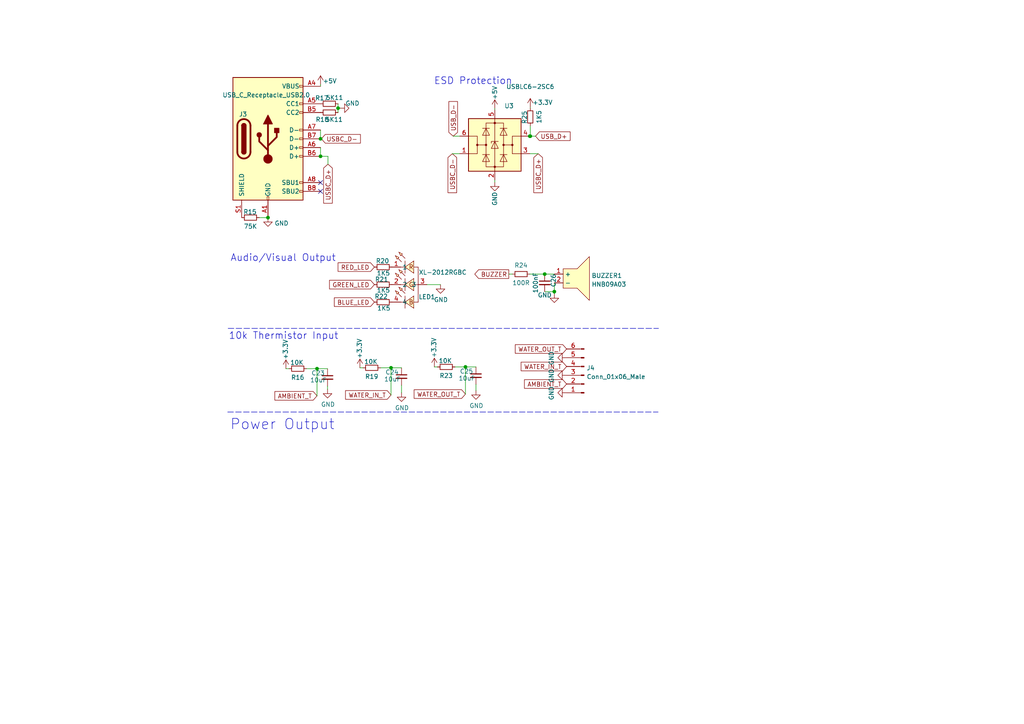
<source format=kicad_sch>
(kicad_sch (version 20211123) (generator eeschema)
  (paper "A4")
  (lib_symbols
    (symbol "Connector:Conn_01x06_Male" (pin_names (offset 1.016) hide)
      (property "Reference" "J" (at 0 7.62 0))
      (property "Value" "Conn_01x06_Male" (at 0 -10.16 0))
      (symbol "Conn_01x06_Male_1_1"
        (polyline (pts (xy 1.27 -7.62) (xy 0.8636 -7.62)) (stroke (width 0.1524)))
        (polyline (pts (xy 1.27 -5.08) (xy 0.8636 -5.08)) (stroke (width 0.1524)))
        (polyline (pts (xy 1.27 -2.54) (xy 0.8636 -2.54)) (stroke (width 0.1524)))
        (polyline (pts (xy 1.27 0) (xy 0.8636 0)) (stroke (width 0.1524)))
        (polyline (pts (xy 1.27 2.54) (xy 0.8636 2.54)) (stroke (width 0.1524)))
        (polyline (pts (xy 1.27 5.08) (xy 0.8636 5.08)) (stroke (width 0.1524)))
        (rectangle (start 0.8636 -7.493) (end 0 -7.747) (stroke (width 0.1524)) (fill (type outline)))
        (rectangle (start 0.8636 -4.953) (end 0 -5.207) (stroke (width 0.1524)) (fill (type outline)))
        (rectangle (start 0.8636 -2.413) (end 0 -2.667) (stroke (width 0.1524)) (fill (type outline)))
        (rectangle (start 0.8636 0.127) (end 0 -0.127) (stroke (width 0.1524)) (fill (type outline)))
        (rectangle (start 0.8636 2.667) (end 0 2.413) (stroke (width 0.1524)) (fill (type outline)))
        (rectangle (start 0.8636 5.207) (end 0 4.953) (stroke (width 0.1524)) (fill (type outline)))
        (pin passive line (at 5.08 5.08 180) (length 3.81) (name "Pin_1") (number "1"))
        (pin passive line (at 5.08 2.54 180) (length 3.81) (name "Pin_2") (number "2"))
        (pin passive line (at 5.08 0 180) (length 3.81) (name "Pin_3") (number "3"))
        (pin passive line (at 5.08 -2.54 180) (length 3.81) (name "Pin_4") (number "4"))
        (pin passive line (at 5.08 -5.08 180) (length 3.81) (name "Pin_5") (number "5"))
        (pin passive line (at 5.08 -7.62 180) (length 3.81) (name "Pin_6") (number "6"))
      )
    )
    (symbol "Connector:USB_C_Receptacle_USB2.0" (pin_names (offset 1.016))
      (property "Reference" "J" (at -10.16 19.05 0))
      (property "Value" "USB_C_Receptacle_USB2.0" (at 19.05 19.05 0))
      (symbol "USB_C_Receptacle_USB2.0_0_0"
        (rectangle (start -0.254 -17.78) (end 0.254 -16.764))
        (rectangle (start 10.16 -14.986) (end 9.144 -15.494))
        (rectangle (start 10.16 -12.446) (end 9.144 -12.954))
        (rectangle (start 10.16 -4.826) (end 9.144 -5.334))
        (rectangle (start 10.16 -2.286) (end 9.144 -2.794))
        (rectangle (start 10.16 0.254) (end 9.144 -0.254))
        (rectangle (start 10.16 2.794) (end 9.144 2.286))
        (rectangle (start 10.16 7.874) (end 9.144 7.366))
        (rectangle (start 10.16 10.414) (end 9.144 9.906))
        (rectangle (start 10.16 15.494) (end 9.144 14.986))
      )
      (symbol "USB_C_Receptacle_USB2.0_0_1"
        (rectangle (start -10.16 17.78) (end 10.16 -17.78) (stroke (width 0.254)) (fill (type background)))
        (arc (start -8.89 -3.81) (mid -6.985 -5.715) (end -5.08 -3.81) (stroke (width 0.508)))
        (arc (start -7.62 -3.81) (mid -6.985 -4.445) (end -6.35 -3.81) (stroke (width 0.254)))
        (arc (start -7.62 -3.81) (mid -6.985 -4.445) (end -6.35 -3.81) (stroke (width 0.254)) (fill (type outline)))
        (rectangle (start -7.62 -3.81) (end -6.35 3.81) (stroke (width 0.254)) (fill (type outline)))
        (arc (start -6.35 3.81) (mid -6.985 4.445) (end -7.62 3.81) (stroke (width 0.254)))
        (arc (start -6.35 3.81) (mid -6.985 4.445) (end -7.62 3.81) (stroke (width 0.254)) (fill (type outline)))
        (arc (start -5.08 3.81) (mid -6.985 5.715) (end -8.89 3.81) (stroke (width 0.508)))
        (circle (center -2.54 1.143) (radius 0.635) (stroke (width 0.254)) (fill (type outline)))
        (circle (center 0 -5.842) (radius 1.27) (fill (type outline)))
        (polyline (pts (xy -8.89 -3.81) (xy -8.89 3.81)) (stroke (width 0.508)))
        (polyline (pts (xy -5.08 3.81) (xy -5.08 -3.81)) (stroke (width 0.508)))
        (polyline (pts (xy 0 -5.842) (xy 0 4.318)) (stroke (width 0.508)))
        (polyline (pts (xy 0 -3.302) (xy -2.54 -0.762) (xy -2.54 0.508)) (stroke (width 0.508)))
        (polyline (pts (xy 0 -2.032) (xy 2.54 0.508) (xy 2.54 1.778)) (stroke (width 0.508)))
        (polyline (pts (xy -1.27 4.318) (xy 0 6.858) (xy 1.27 4.318) (xy -1.27 4.318)) (stroke (width 0.254)) (fill (type outline)))
        (rectangle (start 1.905 1.778) (end 3.175 3.048) (stroke (width 0.254)) (fill (type outline)))
      )
      (symbol "USB_C_Receptacle_USB2.0_1_1"
        (pin passive line (at 0 -22.86 90) (length 5.08) (name "GND") (number "A1"))
        (pin passive line (at 0 -22.86 90) (length 5.08) hide (name "GND") (number "A12"))
        (pin passive line (at 15.24 15.24 180) (length 5.08) (name "VBUS") (number "A4"))
        (pin bidirectional line (at 15.24 10.16 180) (length 5.08) (name "CC1") (number "A5"))
        (pin bidirectional line (at 15.24 -2.54 180) (length 5.08) (name "D+") (number "A6"))
        (pin bidirectional line (at 15.24 2.54 180) (length 5.08) (name "D-") (number "A7"))
        (pin bidirectional line (at 15.24 -12.7 180) (length 5.08) (name "SBU1") (number "A8"))
        (pin passive line (at 15.24 15.24 180) (length 5.08) hide (name "VBUS") (number "A9"))
        (pin passive line (at 0 -22.86 90) (length 5.08) hide (name "GND") (number "B1"))
        (pin passive line (at 0 -22.86 90) (length 5.08) hide (name "GND") (number "B12"))
        (pin passive line (at 15.24 15.24 180) (length 5.08) hide (name "VBUS") (number "B4"))
        (pin bidirectional line (at 15.24 7.62 180) (length 5.08) (name "CC2") (number "B5"))
        (pin bidirectional line (at 15.24 -5.08 180) (length 5.08) (name "D+") (number "B6"))
        (pin bidirectional line (at 15.24 0 180) (length 5.08) (name "D-") (number "B7"))
        (pin bidirectional line (at 15.24 -15.24 180) (length 5.08) (name "SBU2") (number "B8"))
        (pin passive line (at 15.24 15.24 180) (length 5.08) hide (name "VBUS") (number "B9"))
        (pin passive line (at -7.62 -22.86 90) (length 5.08) (name "SHIELD") (number "S1"))
      )
    )
    (symbol "Device:C_Small" (pin_numbers hide) (pin_names (offset 0.254) hide)
      (property "Reference" "C" (at 0.254 1.778 0))
      (property "Value" "C_Small" (at 0.254 -2.032 0))
      (symbol "C_Small_0_1"
        (polyline (pts (xy -1.524 -0.508) (xy 1.524 -0.508)) (stroke (width 0.3302)))
        (polyline (pts (xy -1.524 0.508) (xy 1.524 0.508)) (stroke (width 0.3048)))
      )
      (symbol "C_Small_1_1"
        (pin passive line (at 0 2.54 270) (length 2.032) (name "~") (number "1"))
        (pin passive line (at 0 -2.54 90) (length 2.032) (name "~") (number "2"))
      )
    )
    (symbol "Device:R_Small" (pin_numbers hide) (pin_names (offset 0.254) hide)
      (property "Reference" "R" (at 0.762 0.508 0))
      (property "Value" "R_Small" (at 0.762 -1.016 0))
      (symbol "R_Small_0_1"
        (rectangle (start -0.762 1.778) (end 0.762 -1.778) (stroke (width 0.2032)))
      )
      (symbol "R_Small_1_1"
        (pin passive line (at 0 2.54 270) (length 0.762) (name "~") (number "1"))
        (pin passive line (at 0 -2.54 90) (length 0.762) (name "~") (number "2"))
      )
    )
    (symbol "Power_Protection:USBLC6-2SC6" (pin_names hide)
      (property "Reference" "U" (at 2.54 8.89 0))
      (property "Value" "USBLC6-2SC6" (at 2.54 -8.89 0))
      (symbol "USBLC6-2SC6_0_1"
        (rectangle (start -7.62 -7.62) (end 7.62 7.62) (stroke (width 0.254)) (fill (type background)))
        (circle (center -5.08 0) (radius 0.254) (fill (type outline)))
        (circle (center -2.54 0) (radius 0.254) (fill (type outline)))
        (rectangle (start -2.54 6.35) (end 2.54 -6.35))
        (circle (center 0 -6.35) (radius 0.254) (fill (type outline)))
        (polyline (pts (xy -5.08 -2.54) (xy -7.62 -2.54)))
        (polyline (pts (xy -5.08 0) (xy -5.08 -2.54)))
        (polyline (pts (xy -5.08 2.54) (xy -7.62 2.54)))
        (polyline (pts (xy -1.524 -2.794) (xy -3.556 -2.794)))
        (polyline (pts (xy -1.524 4.826) (xy -3.556 4.826)))
        (polyline (pts (xy 0 -7.62) (xy 0 -6.35)))
        (polyline (pts (xy 0 -6.35) (xy 0 1.27)))
        (polyline (pts (xy 0 1.27) (xy 0 6.35)))
        (polyline (pts (xy 0 6.35) (xy 0 7.62)))
        (polyline (pts (xy 1.524 -2.794) (xy 3.556 -2.794)))
        (polyline (pts (xy 1.524 4.826) (xy 3.556 4.826)))
        (polyline (pts (xy 5.08 -2.54) (xy 7.62 -2.54)))
        (polyline (pts (xy 5.08 0) (xy 5.08 -2.54)))
        (polyline (pts (xy 5.08 2.54) (xy 7.62 2.54)))
        (polyline (pts (xy -2.54 0) (xy -5.08 0) (xy -5.08 2.54)))
        (polyline (pts (xy 2.54 0) (xy 5.08 0) (xy 5.08 2.54)))
        (polyline (pts (xy -3.556 -4.826) (xy -1.524 -4.826) (xy -2.54 -2.794) (xy -3.556 -4.826)))
        (polyline (pts (xy -3.556 2.794) (xy -1.524 2.794) (xy -2.54 4.826) (xy -3.556 2.794)))
        (polyline (pts (xy -1.016 -1.016) (xy 1.016 -1.016) (xy 0 1.016) (xy -1.016 -1.016)))
        (polyline (pts (xy 1.016 1.016) (xy 0.762 1.016) (xy -1.016 1.016) (xy -1.016 0.508)))
        (polyline (pts (xy 3.556 -4.826) (xy 1.524 -4.826) (xy 2.54 -2.794) (xy 3.556 -4.826)))
        (polyline (pts (xy 3.556 2.794) (xy 1.524 2.794) (xy 2.54 4.826) (xy 3.556 2.794)))
        (circle (center 0 6.35) (radius 0.254) (fill (type outline)))
        (circle (center 2.54 0) (radius 0.254) (fill (type outline)))
        (circle (center 5.08 0) (radius 0.254) (fill (type outline)))
      )
      (symbol "USBLC6-2SC6_1_1"
        (pin passive line (at -10.16 -2.54 0) (length 2.54) (name "I/O1") (number "1"))
        (pin passive line (at 0 -10.16 90) (length 2.54) (name "GND") (number "2"))
        (pin passive line (at 10.16 -2.54 180) (length 2.54) (name "I/O2") (number "3"))
        (pin passive line (at 10.16 2.54 180) (length 2.54) (name "I/O2") (number "4"))
        (pin passive line (at 0 10.16 270) (length 2.54) (name "VBUS") (number "5"))
        (pin passive line (at -10.16 2.54 0) (length 2.54) (name "I/O1") (number "6"))
      )
    )
    (symbol "easyeda:HNB09A03"
      (property "Reference" "BUZZER?" (at 0 7.62 0))
      (property "Value" "HNB09A03" (at 0 -5.08 0))
      (symbol "HNB09A03_0_1"
        (polyline (pts (xy -4.06 4.06) (xy 0 4.06) (xy 0 -1.52) (xy -4.06 -1.52) (xy -7.62 -5.08) (xy -7.62 7.62) (xy -4.06 4.06)) (fill (type background)))
        (pin unspecified line (at 2.54 0 180) (length 2.54) (name "+") (number "1"))
        (pin unspecified line (at 2.54 2.54 180) (length 2.54) (name "-") (number "2"))
      )
    )
    (symbol "easyeda:XL-2012RGBC"
      (property "Reference" "LED?" (at 0 10.16 0))
      (property "Value" "XL-2012RGBC" (at 0 -10.16 0))
      (symbol "XL-2012RGBC_0_0"
        (text "B" (at 0.508 -5.08 0) (effects (font (size 1.27 1.27))))
        (text "G" (at 0.508 0 0) (effects (font (size 1.27 1.27))))
        (text "R" (at 0.508 5.08 0) (effects (font (size 1.27 1.27))))
      )
      (symbol "XL-2012RGBC_0_1"
        (polyline (pts (xy -1.27 -5.08) (xy -2.54 -5.08)))
        (polyline (pts (xy -1.27 -3.3) (xy -1.27 -6.86)))
        (polyline (pts (xy -1.27 0) (xy -2.54 0)))
        (polyline (pts (xy -1.27 1.78) (xy -1.27 -1.78)))
        (polyline (pts (xy -1.27 5.08) (xy -2.54 5.08)))
        (polyline (pts (xy -1.27 6.86) (xy -1.27 3.3)))
        (polyline (pts (xy 2.54 -5.08) (xy 1.27 -5.08)))
        (polyline (pts (xy 2.54 0) (xy 1.27 0)))
        (polyline (pts (xy 2.54 5.08) (xy 1.27 5.08)))
        (polyline (pts (xy 2.54 5.08) (xy 2.54 -5.08)))
        (polyline (pts (xy -2.29 -3.56) (xy -3.3 -2.54) (xy -2.29 -3.56)) (fill (type background)))
        (polyline (pts (xy -2.29 1.52) (xy -3.3 2.54) (xy -2.29 1.52)) (fill (type background)))
        (polyline (pts (xy -2.29 6.6) (xy -3.3 7.62) (xy -2.29 6.6)) (fill (type background)))
        (polyline (pts (xy -1.27 -2.54) (xy -2.29 -1.52) (xy -1.27 -2.54)) (fill (type background)))
        (polyline (pts (xy -1.27 2.54) (xy -2.29 3.56) (xy -1.27 2.54)) (fill (type background)))
        (polyline (pts (xy -1.27 7.62) (xy -2.29 8.64) (xy -1.27 7.62)) (fill (type background)))
        (polyline (pts (xy -4.06 -1.78) (xy -3.05 -2.29) (xy -3.56 -2.79) (xy -4.06 -1.78)) (fill (type background)))
        (polyline (pts (xy -4.06 3.3) (xy -3.05 2.79) (xy -3.56 2.29) (xy -4.06 3.3)) (fill (type background)))
        (polyline (pts (xy -4.06 8.38) (xy -3.05 7.87) (xy -3.56 7.37) (xy -4.06 8.38)) (fill (type background)))
        (polyline (pts (xy -3.05 -0.76) (xy -2.03 -1.27) (xy -2.54 -1.78) (xy -3.05 -0.76)) (fill (type background)))
        (polyline (pts (xy -3.05 4.32) (xy -2.03 3.81) (xy -2.54 3.3) (xy -3.05 4.32)) (fill (type background)))
        (polyline (pts (xy -3.05 9.4) (xy -2.03 8.89) (xy -2.54 8.38) (xy -3.05 9.4)) (fill (type background)))
        (polyline (pts (xy 1.27 -3.3) (xy -1.27 -5.08) (xy 1.27 -6.86) (xy 1.27 -3.3)) (fill (type background)))
        (polyline (pts (xy 1.27 1.78) (xy -1.27 0) (xy 1.27 -1.78) (xy 1.27 1.78)) (fill (type background)))
        (polyline (pts (xy 1.27 6.86) (xy -1.27 5.08) (xy 1.27 3.3) (xy 1.27 6.86)) (fill (type background)))
        (pin unspecified line (at -5.08 5.08 0) (length 2.54) (name "1") (number "1"))
        (pin unspecified line (at -5.08 0 0) (length 2.54) (name "2") (number "2"))
        (pin unspecified line (at 5.08 0 180) (length 2.54) (name "3") (number "3"))
        (pin unspecified line (at -5.08 -5.08 0) (length 2.54) (name "4") (number "4"))
      )
    )
    (symbol "power:+3.3V" (power) (pin_names (offset 0))
      (property "Value" "+3.3V" (at 0 3.556 0))
      (symbol "+3.3V_0_1"
        (polyline (pts (xy -0.762 1.27) (xy 0 2.54)))
        (polyline (pts (xy 0 0) (xy 0 2.54)))
        (polyline (pts (xy 0 2.54) (xy 0.762 1.27)))
      )
      (symbol "+3.3V_1_1"
        (pin power_in line (at 0 0 90) (length 0) hide (name "+3.3V") (number "1"))
      )
    )
    (symbol "power:+5V" (power) (pin_names (offset 0))
      (property "Value" "+5V" (at 0 3.556 0))
      (symbol "+5V_0_1"
        (polyline (pts (xy -0.762 1.27) (xy 0 2.54)))
        (polyline (pts (xy 0 0) (xy 0 2.54)))
        (polyline (pts (xy 0 2.54) (xy 0.762 1.27)))
      )
      (symbol "+5V_1_1"
        (pin power_in line (at 0 0 90) (length 0) hide (name "+5V") (number "1"))
      )
    )
    (symbol "power:GND" (power) (pin_names (offset 0))
      (property "Value" "GND" (at 0 -3.81 0))
      (symbol "GND_0_1"
        (polyline (pts (xy 0 0) (xy 0 -1.27) (xy 1.27 -1.27) (xy 0 -2.54) (xy -1.27 -1.27) (xy 0 -1.27)))
      )
      (symbol "GND_1_1"
        (pin power_in line (at 0 0 270) (length 0) hide (name "GND") (number "1"))
      )
    )
  )
  (junction (at 135.001 106.426))
  (junction (at 160.782 84.582))
  (junction (at 91.948 106.934))
  (junction (at 92.964 40.259))
  (junction (at 153.67 39.497))
  (junction (at 113.411 106.68))
  (junction (at 153.797 39.497))
  (junction (at 77.724 63.119))
  (junction (at 92.964 45.339))
  (junction (at 98.044 31.369))
  (junction (at 157.988 79.502))
  (no_connect (at 92.964 52.959))
  (no_connect (at 92.964 55.499))
  (polyline (pts (xy 66.04 119.507) (xy 190.881 119.507)))
  (wire (pts (xy 160.782 85.217) (xy 160.782 84.582)))
  (wire (pts (xy 113.411 106.68) (xy 116.459 106.68)))
  (wire (pts (xy 95.123 47.625) (xy 95.123 45.339)))
  (wire (pts (xy 138.049 111.506) (xy 138.049 113.284)))
  (wire (pts (xy 82.931 106.934) (xy 83.82 106.934)))
  (wire (pts (xy 91.948 114.808) (xy 91.948 106.934)))
  (wire (pts (xy 75.184 63.119) (xy 77.724 63.119)))
  (wire (pts (xy 104.394 106.68) (xy 105.283 106.68)))
  (wire (pts (xy 92.964 42.799) (xy 92.964 45.339)))
  (wire (pts (xy 98.044 31.369) (xy 98.044 32.639)))
  (wire (pts (xy 160.782 84.582) (xy 160.782 82.042)))
  (wire (pts (xy 91.948 106.934) (xy 94.996 106.934)))
  (wire (pts (xy 153.797 39.497) (xy 153.67 39.497)))
  (wire (pts (xy 127.762 82.55) (xy 123.825 82.55)))
  (wire (pts (xy 98.679 31.369) (xy 98.044 31.369)))
  (wire (pts (xy 135.001 114.3) (xy 135.001 106.426)))
  (wire (pts (xy 135.001 106.426) (xy 138.049 106.426)))
  (wire (pts (xy 92.964 37.719) (xy 92.964 40.259)))
  (wire (pts (xy 94.996 112.014) (xy 94.996 112.903)))
  (wire (pts (xy 92.964 45.339) (xy 95.123 45.339)))
  (polyline (pts (xy 66.167 95.25) (xy 191.008 95.25)))
  (wire (pts (xy 116.459 111.76) (xy 116.459 113.919)))
  (wire (pts (xy 110.363 106.68) (xy 113.411 106.68)))
  (wire (pts (xy 131.445 39.497) (xy 133.35 39.497)))
  (wire (pts (xy 88.9 106.934) (xy 91.948 106.934)))
  (wire (pts (xy 153.797 36.449) (xy 153.797 39.497)))
  (wire (pts (xy 98.044 30.099) (xy 98.044 31.369)))
  (wire (pts (xy 125.984 106.426) (xy 126.873 106.426)))
  (wire (pts (xy 153.67 79.502) (xy 157.988 79.502)))
  (wire (pts (xy 153.797 31.369) (xy 153.797 31.115)))
  (wire (pts (xy 156.083 44.577) (xy 153.67 44.577)))
  (wire (pts (xy 143.51 31.496) (xy 143.51 31.877)))
  (wire (pts (xy 155.321 39.497) (xy 153.797 39.497)))
  (wire (pts (xy 143.51 52.832) (xy 143.51 52.197)))
  (wire (pts (xy 157.988 84.582) (xy 160.782 84.582)))
  (wire (pts (xy 131.191 44.577) (xy 133.35 44.577)))
  (wire (pts (xy 131.953 106.426) (xy 135.001 106.426)))
  (wire (pts (xy 92.964 24.511) (xy 92.964 25.019)))
  (wire (pts (xy 157.988 79.502) (xy 160.782 79.502)))
  (wire (pts (xy 92.964 40.259) (xy 93.218 40.259)))
  (wire (pts (xy 113.411 114.554) (xy 113.411 106.68)))
  (wire (pts (xy 147.574 79.502) (xy 148.59 79.502)))
  (text "10k Thermistor Input" (at 66.294 98.679 0) (effects (font (size 2 2)) (justify left bottom)))
  (text "Power Output" (at 66.675 124.968 0) (effects (font (size 3 3)) (justify left bottom)))
  (text "Audio/Visual Output" (at 66.802 76.073 0) (effects (font (size 2 2)) (justify left bottom)))
  (text "ESD Protection" (at 125.857 24.765 0) (effects (font (size 2 2)) (justify left bottom)))
  (global_label "WATER_IN_T" (shape input) (at 113.411 114.554 180) (property "Intersheet References" "${INTERSHEET_REFS}" (effects hide)))
  (global_label "AMBIENT_T" (shape input) (at 164.338 111.379 180) (property "Intersheet References" "${INTERSHEET_REFS}" (effects hide)))
  (global_label "AMBIENT_T" (shape input) (at 91.948 114.808 180) (property "Intersheet References" "${INTERSHEET_REFS}" (effects hide)))
  (global_label "BUZZER" (shape output) (at 147.574 79.502 180) (property "Intersheet References" "${INTERSHEET_REFS}" (effects hide)))
  (global_label "WATER_OUT_T" (shape input) (at 135.001 114.3 180) (property "Intersheet References" "${INTERSHEET_REFS}" (effects hide)))
  (global_label "USBC_D-" (shape input) (at 131.191 44.577 270) (property "Intersheet References" "${INTERSHEET_REFS}" (effects hide)))
  (global_label "USBC_D+" (shape input) (at 156.083 44.577 270) (property "Intersheet References" "${INTERSHEET_REFS}" (effects hide)))
  (global_label "WATER_OUT_T" (shape input) (at 164.338 101.219 180) (property "Intersheet References" "${INTERSHEET_REFS}" (effects hide)))
  (global_label "RED_LED" (shape input) (at 108.585 77.47 180) (property "Intersheet References" "${INTERSHEET_REFS}" (effects hide)))
  (global_label "USBC_D-" (shape input) (at 93.218 40.259 0) (property "Intersheet References" "${INTERSHEET_REFS}" (effects hide)))
  (global_label "USB_D-" (shape input) (at 131.445 39.497 90) (property "Intersheet References" "${INTERSHEET_REFS}" (effects hide)))
  (global_label "GREEN_LED" (shape input) (at 108.585 82.55 180) (property "Intersheet References" "${INTERSHEET_REFS}" (effects hide)))
  (global_label "BLUE_LED" (shape input) (at 108.585 87.63 180) (property "Intersheet References" "${INTERSHEET_REFS}" (effects hide)))
  (global_label "USB_D+" (shape input) (at 155.321 39.497 0) (property "Intersheet References" "${INTERSHEET_REFS}" (effects hide)))
  (global_label "WATER_IN_T" (shape input) (at 164.338 106.299 180) (property "Intersheet References" "${INTERSHEET_REFS}" (effects hide)))
  (global_label "USBC_D+" (shape input) (at 95.123 47.625 270) (property "Intersheet References" "${INTERSHEET_REFS}" (effects hide)))
  (symbol (lib_id "power:GND") (at 164.338 108.839 270) (unit 1)
    (property "Reference" "#PWR070" (effects hide))
    (property "Value" "GND" (at 159.9438 108.966 0))
  )
  (symbol (lib_id "easyeda:XL-2012RGBC") (at 118.745 82.55 0) (unit 1)
    (property "Reference" "LED1" (at 123.825 86.106 0))
    (property "Value" "XL-2012RGBC" (at 128.397 78.994 0))
    (property "Footprint" "easyeda2kicad:LED-SMD_4P-L2.0-W1.3-BR" (effects hide))
    (property "Manufacturer" "XINGLIGHT(成兴光)" (effects hide))
    (property "LCSC Part" "C965848" (effects hide))
    (property "JLC Part" "Extended Part" (effects hide))
  )
  (symbol (lib_id "power:+3.3V") (at 104.394 106.68 0) (unit 1)
    (property "Reference" "#PWR060" (effects hide))
    (property "Value" "+3.3V" (at 104.267 101.092 90))
  )
  (symbol (lib_id "Connector:USB_C_Receptacle_USB2.0") (at 77.724 40.259 0) (unit 1)
    (property "Reference" "J3" (at 70.485 33.147 0))
    (property "Value" "USB_C_Receptacle_USB2.0" (at 77.216 27.559 0))
    (property "Footprint" "Custom:USB_C_Receptacle_Palconn_UTC16-G_Streached_pads" (effects hide))
    (property "Datasheet" "https://www.usb.org/sites/default/files/documents/usb_type-c.zip" (effects hide))
    (property "LCSC Part" "C2988369" (effects hide))
  )
  (symbol (lib_id "power:GND") (at 77.724 63.119 0) (unit 1)
    (property "Reference" "#PWR055" (effects hide))
    (property "Value" "GND" (at 81.661 64.77 0))
  )
  (symbol (lib_id "power:+5V") (at 143.51 31.496 0) (unit 1)
    (property "Reference" "#PWR065" (effects hide))
    (property "Value" "+5V" (at 143.51 28.956 90) (effects (justify left)))
  )
  (symbol (lib_id "Device:R_Small") (at 72.644 63.119 270) (unit 1)
    (property "Reference" "R15" (at 72.517 61.468 90))
    (property "Value" "75K" (at 72.644 65.659 90))
    (property "Footprint" "Resistor_SMD:R_0402_1005Metric" (effects hide))
    (property "LCSC Part" "C2689478" (effects hide))
  )
  (symbol (lib_id "power:GND") (at 98.679 31.369 90) (unit 1)
    (property "Reference" "#PWR059" (effects hide))
    (property "Value" "GND" (at 102.235 29.972 90))
  )
  (symbol (lib_id "Device:R_Small") (at 151.13 79.502 90) (unit 1)
    (property "Reference" "R24" (at 151.13 76.962 90))
    (property "Value" "100R" (at 151.13 82.042 90))
    (property "Footprint" "Resistor_SMD:R_0402_1005Metric" (effects hide))
    (property "LCSC Part" "C106232" (effects hide))
  )
  (symbol (lib_id "power:+3.3V") (at 82.931 106.934 0) (unit 1)
    (property "Reference" "#PWR056" (effects hide))
    (property "Value" "+3.3V" (at 82.804 101.346 90))
  )
  (symbol (lib_id "power:+3.3V") (at 125.984 106.426 0) (unit 1)
    (property "Reference" "#PWR062" (effects hide))
    (property "Value" "+3.3V" (at 125.857 100.838 90))
  )
  (symbol (lib_id "Device:R_Small") (at 153.797 33.909 0) (unit 1)
    (property "Reference" "R25" (at 152.146 34.036 90))
    (property "Value" "1K5" (at 156.337 33.909 90))
    (property "Footprint" "Resistor_SMD:R_0402_1005Metric" (effects hide))
    (property "LCSC Part" "C413084" (effects hide))
  )
  (symbol (lib_id "power:+5V") (at 92.964 24.511 0) (unit 1)
    (property "Reference" "#PWR057" (effects hide))
    (property "Value" "+5V" (at 93.599 23.495 0) (effects (justify left)))
  )
  (symbol (lib_id "power:GND") (at 138.049 113.284 0) (unit 1)
    (property "Reference" "#PWR064" (effects hide))
    (property "Value" "GND" (at 138.176 117.6782 0))
  )
  (symbol (lib_id "power:GND") (at 164.338 113.919 270) (unit 1)
    (property "Reference" "#PWR071" (effects hide))
    (property "Value" "GND" (at 159.9438 114.046 0))
  )
  (symbol (lib_id "Device:C_Small") (at 94.996 109.474 0) (unit 1)
    (property "Reference" "C23" (at 90.297 108.204 0) (effects (justify left)))
    (property "Value" "10uF" (at 89.916 110.236 0) (effects (justify left)))
    (property "Footprint" "Capacitor_SMD:C_0603_1608Metric" (effects hide))
    (property "LCSC Part" "C92487" (effects hide))
  )
  (symbol (lib_id "Device:R_Small") (at 95.504 32.639 270) (unit 1)
    (property "Reference" "R18" (at 93.472 34.671 90))
    (property "Value" "5K11" (at 96.901 34.671 90))
    (property "Footprint" "Resistor_SMD:R_0402_1005Metric" (effects hide))
    (property "LCSC Part" "C2684528" (effects hide))
  )
  (symbol (lib_id "power:GND") (at 127.762 82.55 0) (unit 1)
    (property "Reference" "#PWR063" (effects hide))
    (property "Value" "GND" (at 127.889 86.9442 0))
  )
  (symbol (lib_id "easyeda:HNB09A03") (at 163.322 79.502 180) (unit 1)
    (property "Reference" "BUZZER1" (at 171.577 79.9373 0) (effects (justify right)))
    (property "Value" "HNB09A03" (at 171.577 82.4742 0) (effects (justify right)))
    (property "Footprint" "easyeda2kicad:BUZ-TH_BD9.0-P5.00-D0.6-FD" (effects hide))
    (property "Datasheet" "https://lcsc.com/product-detail/Buzzers_buzzerHNB09A03_C96102.html" (effects hide))
    (property "Manufacturer" "Jiangsu Huaneng Elec" (effects hide))
    (property "LCSC Part" "C96102" (effects hide))
    (property "JLC Part" "Extended Part" (effects hide))
  )
  (symbol (lib_id "Device:R_Small") (at 95.504 30.099 270) (unit 1)
    (property "Reference" "R17" (at 93.345 28.448 90))
    (property "Value" "5K11" (at 97.028 28.321 90))
    (property "Footprint" "Resistor_SMD:R_0402_1005Metric" (effects hide))
    (property "LCSC Part" "C2684528" (effects hide))
  )
  (symbol (lib_id "power:GND") (at 143.51 52.832 0) (unit 1)
    (property "Reference" "#PWR066" (effects hide))
    (property "Value" "GND" (at 143.51 57.658 90))
  )
  (symbol (lib_id "power:GND") (at 116.459 113.919 0) (unit 1)
    (property "Reference" "#PWR061" (effects hide))
    (property "Value" "GND" (at 116.586 118.3132 0))
  )
  (symbol (lib_id "Device:R_Small") (at 111.125 82.55 90) (unit 1)
    (property "Reference" "R21" (at 112.649 81.026 90) (effects (justify left)))
    (property "Value" "1K5" (at 113.157 84.201 90) (effects (justify left)))
    (property "Footprint" "Resistor_SMD:R_0402_1005Metric" (effects hide))
    (property "LCSC Part" "C413084" (effects hide))
  )
  (symbol (lib_id "Connector:Conn_01x06_Male") (at 169.418 108.839 180) (unit 1)
    (property "Reference" "J4" (at 170.1292 106.7343 0) (effects (justify right)))
    (property "Value" "Conn_01x06_Male" (at 170.1292 109.2712 0) (effects (justify right)))
    (property "Footprint" "Connector_PinHeader_2.54mm:PinHeader_2x03_P2.54mm_Vertical" (effects hide))
  )
  (symbol (lib_id "Device:C_Small") (at 157.988 82.042 0) (unit 1)
    (property "Reference" "C26" (at 160.528 83.312 90) (effects (justify left)))
    (property "Value" "100nF" (at 155.321 85.09 90) (effects (justify left)))
    (property "Footprint" "Capacitor_SMD:C_0402_1005Metric" (effects hide))
    (property "LCSC Part" "C100072" (effects hide))
  )
  (symbol (lib_id "Device:R_Small") (at 86.36 106.934 270) (unit 1)
    (property "Reference" "R16" (at 86.36 109.474 90))
    (property "Value" "10K" (at 86.106 105.156 90))
    (property "Footprint" "Resistor_SMD:R_0402_1005Metric" (effects hide))
    (property "LCSC Part" "C191123" (effects hide))
  )
  (symbol (lib_id "Device:R_Small") (at 107.823 106.68 270) (unit 1)
    (property "Reference" "R19" (at 107.823 109.22 90))
    (property "Value" "10K" (at 107.569 104.902 90))
    (property "Footprint" "Resistor_SMD:R_0402_1005Metric" (effects hide))
    (property "LCSC Part" "C191123" (effects hide))
  )
  (symbol (lib_id "Device:C_Small") (at 138.049 108.966 0) (unit 1)
    (property "Reference" "C25" (at 133.35 107.696 0) (effects (justify left)))
    (property "Value" "10uF" (at 132.969 109.728 0) (effects (justify left)))
    (property "Footprint" "Capacitor_SMD:C_0603_1608Metric" (effects hide))
    (property "LCSC Part" "C92487" (effects hide))
  )
  (symbol (lib_id "Power_Protection:USBLC6-2SC6") (at 143.51 42.037 0) (unit 1)
    (property "Reference" "U3" (at 146.2787 30.7172 0) (effects (justify left)))
    (property "Value" "USBLC6-2SC6" (at 146.812 25.146 0) (effects (justify left)))
    (property "Footprint" "Package_TO_SOT_SMD:SOT-23-6" (effects hide))
    (property "Datasheet" "https://www.st.com/resource/en/datasheet/usblc6-2.pdf" (effects hide))
  )
  (symbol (lib_id "Device:C_Small") (at 116.459 109.22 0) (unit 1)
    (property "Reference" "C24" (at 111.76 107.95 0) (effects (justify left)))
    (property "Value" "10uF" (at 111.379 109.982 0) (effects (justify left)))
    (property "Footprint" "Capacitor_SMD:C_0603_1608Metric" (effects hide))
    (property "LCSC Part" "C92487" (effects hide))
  )
  (symbol (lib_id "power:GND") (at 160.782 85.217 0) (unit 1)
    (property "Reference" "#PWR068" (effects hide))
    (property "Value" "GND" (at 157.988 85.598 0))
  )
  (symbol (lib_id "Device:R_Small") (at 111.125 77.47 90) (unit 1)
    (property "Reference" "R20" (at 112.903 75.692 90) (effects (justify left)))
    (property "Value" "1K5" (at 113.157 79.248 90) (effects (justify left)))
    (property "Footprint" "Resistor_SMD:R_0402_1005Metric" (effects hide))
    (property "LCSC Part" "C413084" (effects hide))
  )
  (symbol (lib_id "power:GND") (at 94.996 112.903 0) (unit 1)
    (property "Reference" "#PWR058" (effects hide))
    (property "Value" "GND" (at 95.123 117.2972 0))
  )
  (symbol (lib_id "power:+3.3V") (at 153.797 31.115 0) (unit 1)
    (property "Reference" "#PWR067" (effects hide))
    (property "Value" "+3.3V" (at 157.353 29.718 0))
  )
  (symbol (lib_id "Device:R_Small") (at 129.413 106.426 270) (unit 1)
    (property "Reference" "R23" (at 129.413 108.966 90))
    (property "Value" "10K" (at 129.159 104.648 90))
    (property "Footprint" "Resistor_SMD:R_0402_1005Metric" (effects hide))
    (property "LCSC Part" "C191123" (effects hide))
  )
  (symbol (lib_id "Device:R_Small") (at 111.125 87.63 90) (unit 1)
    (property "Reference" "R22" (at 112.522 85.979 90) (effects (justify left)))
    (property "Value" "1K5" (at 113.284 89.408 90) (effects (justify left)))
    (property "Footprint" "Resistor_SMD:R_0402_1005Metric" (effects hide))
    (property "LCSC Part" "C413084" (effects hide))
  )
  (symbol (lib_id "power:GND") (at 164.338 103.759 270) (unit 1)
    (property "Reference" "#PWR069" (effects hide))
    (property "Value" "GND" (at 159.9438 103.886 0))
  )
)
</source>
